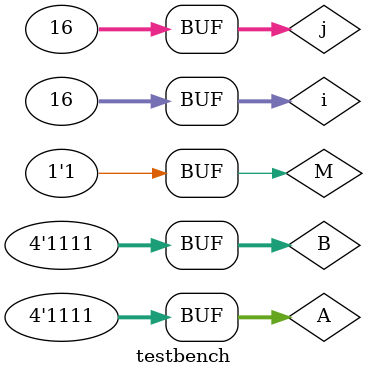
<source format=v>
module full_adder(output reg sum, output reg cout, input A, input B, input cin);
always @(A or B or cin)
begin
    sum = A+B+cin;
    cout = ((A^B) & cin) | (A & B);
end
endmodule


module add_sub(output [3:0] res, output overflow, input [3:0] A, input [3:0] B, input M);
wire [3:0] w;
wire [3:0] c;

xor(w[0],M,B[0]);
xor(w[1],M,B[1]);
xor(w[2],M,B[2]);
xor(w[3],M,B[3]);

full_adder f1(res[0],c[0],A[0],w[0],M);
full_adder f2(res[1],c[1],A[1],w[1],c[0]);
full_adder f3(res[2],c[2],A[2],w[2],c[1]);
full_adder f4(res[3],c[3],A[3],w[3],c[2]);
assign overflow = c[2] ^ c[3];
endmodule

module testbench;
reg [3:0] A = 0;
reg [3:0] B = 0;
reg M = 0;
wire [3:0] res;
wire overflow;
integer i,j;

add_sub AS(res,overflow,A,B,M);

initial
$monitor($time," A=%b, B=%b, M=%b, result=%b, overflow=%b",A,B,M,res,overflow);

initial
begin
    for(i=0;i<=15;i=i+1)
    begin
        for(j=0;j<=15;j=j+1)
        begin
            #5 A=i;B=j;
        end
    M = i%2;
    end
end
endmodule
</source>
